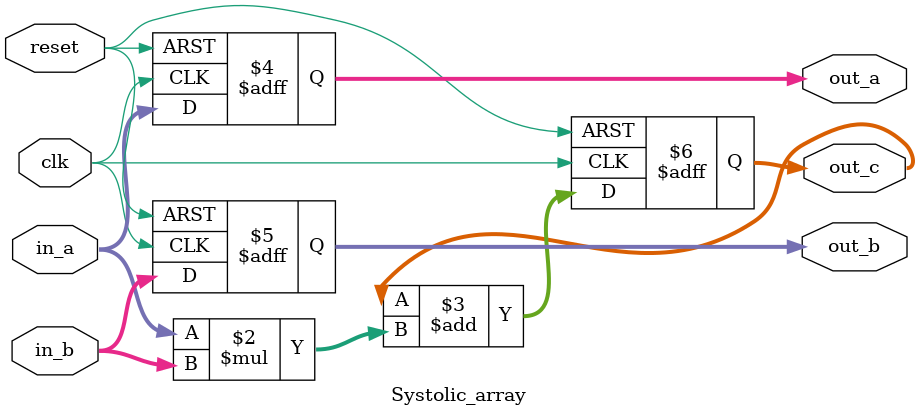
<source format=v>
module Systolic_array (
    input clk, reset,
    input [7:0] in_a, in_b,
    output reg [7:0] out_a, out_b,
    output reg [16:0] out_c
);

    always @(posedge clk or posedge reset) 
		begin
			if (reset) begin
				out_a <= 8'b0;
				out_b <= 8'b0;
				out_c <= 17'b0;
        end
			else 
				begin
					out_c <= out_c + (in_a * in_b);
					out_a <= in_a;
					out_b <= in_b;
				end
			end
endmodule

</source>
